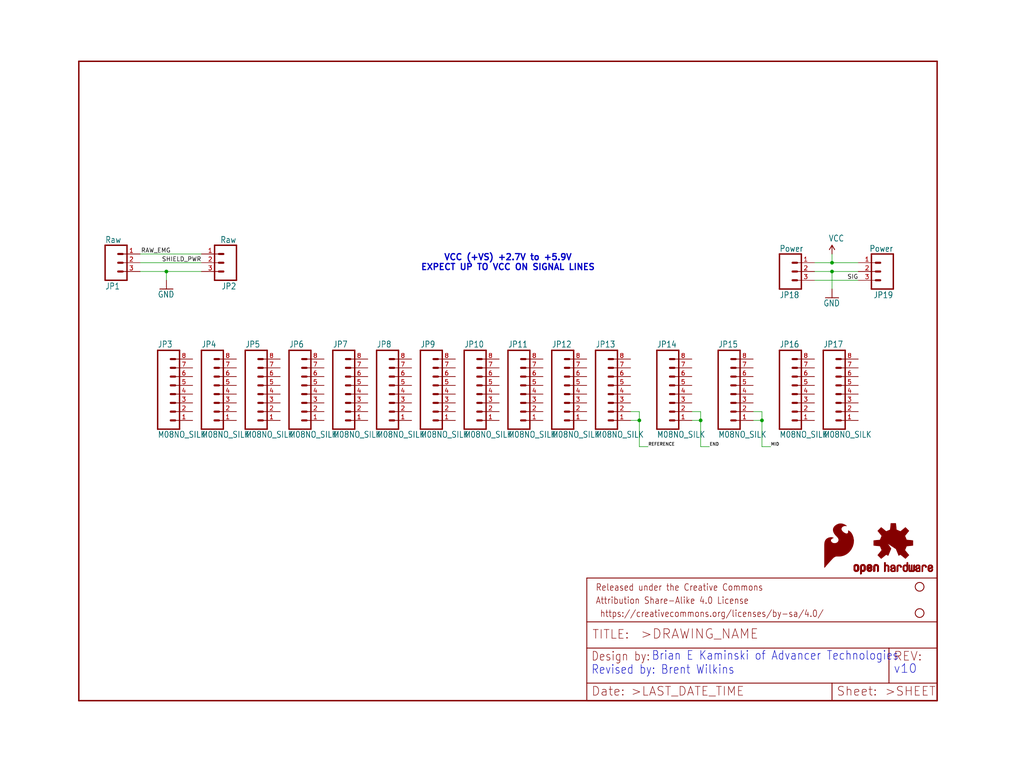
<source format=kicad_sch>
(kicad_sch (version 20211123) (generator eeschema)
  (paper "User" 297.002 223.926)
  (lib_symbols
    (symbol "eagleSchem-eagle-import:FRAME-LETTER"
      (symbol "FRAME-LETTER_2_0"
        (text " https://creativecommons.org/licenses/by-sa/4.0/" (at 2.54 24.13 0) (effects (font (size 1.9304 1.6408)) (justify left bottom)))
        (text ">DRAWING_NAME" (at 15.494 17.78 0) (effects (font (size 2.7432 2.7432)) (justify left bottom)))
        (text ">LAST_DATE_TIME" (at 12.7 1.27 0) (effects (font (size 2.54 2.54)) (justify left bottom)))
        (text ">SHEET" (at 86.36 1.27 0) (effects (font (size 2.54 2.54)) (justify left bottom)))
        (text "Attribution Share-Alike 4.0 License" (at 2.54 27.94 0) (effects (font (size 1.9304 1.6408)) (justify left bottom)))
        (text "Date:" (at 1.27 1.27 0) (effects (font (size 2.54 2.54)) (justify left bottom)))
        (text "Design by:" (at 1.27 11.43 0) (effects (font (size 2.54 2.159)) (justify left bottom)))
        (text "Released under the Creative Commons" (at 2.54 31.75 0) (effects (font (size 1.9304 1.6408)) (justify left bottom)))
        (text "REV:" (at 88.9 11.43 0) (effects (font (size 2.54 2.54)) (justify left bottom)))
        (text "Sheet:" (at 72.39 1.27 0) (effects (font (size 2.54 2.54)) (justify left bottom)))
        (text "TITLE:" (at 1.524 17.78 0) (effects (font (size 2.54 2.54)) (justify left bottom)))
      )
    )
    (symbol "eagleSchem-eagle-import:GND" (power)
      (property "Value" "GND" (at -2.54 -2.54 0))
      (symbol "GND_1_0"
        (pin power_in line (at 0 2.54 270) (length 2.54) (name "GND") (number "1"))
      )
    )
    (symbol "eagleSchem-eagle-import:M031X03_NO_SILK"
      (property "Reference" "JP" (at -2.54 5.842 0))
      (property "Value" "M031X03_NO_SILK" (at -2.54 -7.62 0))
      (symbol "M031X03_NO_SILK_1_0"
        (pin passive line (at 7.62 -2.54 180) (length 5.08) (name "1") (number "1"))
        (pin passive line (at 7.62 0 180) (length 5.08) (name "2") (number "2"))
        (pin passive line (at 7.62 2.54 180) (length 5.08) (name "3") (number "3"))
      )
    )
    (symbol "eagleSchem-eagle-import:M08NO_SILK"
      (property "Reference" "JP" (at -5.08 13.462 0))
      (property "Value" "M08NO_SILK" (at -5.08 -12.7 0))
      (symbol "M08NO_SILK_1_0"
        (pin passive line (at 5.08 -7.62 180) (length 5.08) (name "1") (number "1"))
        (pin passive line (at 5.08 -5.08 180) (length 5.08) (name "2") (number "2"))
        (pin passive line (at 5.08 -2.54 180) (length 5.08) (name "3") (number "3"))
        (pin passive line (at 5.08 0 180) (length 5.08) (name "4") (number "4"))
        (pin passive line (at 5.08 2.54 180) (length 5.08) (name "5") (number "5"))
        (pin passive line (at 5.08 5.08 180) (length 5.08) (name "6") (number "6"))
        (pin passive line (at 5.08 7.62 180) (length 5.08) (name "7") (number "7"))
        (pin passive line (at 5.08 10.16 180) (length 5.08) (name "8") (number "8"))
      )
    )
    (symbol "eagleSchem-eagle-import:OSHW-LOGOS")
    (symbol "eagleSchem-eagle-import:SFE_LOGO_FLAME.1_INCH")
    (symbol "eagleSchem-eagle-import:STAND-OFF")
    (symbol "eagleSchem-eagle-import:VCC" (power)
      (property "Value" "VCC" (at -1.016 3.556 0))
      (symbol "VCC_1_0"
        (pin power_in line (at 0 0 90) (length 2.54) (name "VCC") (number "1"))
      )
    )
  )
  (junction (at 185.42 121.92))
  (junction (at 241.3 76.2))
  (junction (at 241.3 78.74))
  (junction (at 220.98 121.92))
  (junction (at 48.26 78.74))
  (junction (at 203.2 121.92))
  (wire (pts (xy 248.92 76.2) (xy 241.3 76.2)))
  (wire (pts (xy 220.98 121.92) (xy 218.44 121.92)))
  (wire (pts (xy 200.66 121.92) (xy 203.2 121.92)))
  (wire (pts (xy 48.26 78.74) (xy 48.26 81.28)))
  (wire (pts (xy 220.98 121.92) (xy 220.98 129.54)))
  (wire (pts (xy 182.88 119.38) (xy 185.42 119.38)))
  (wire (pts (xy 203.2 129.54) (xy 205.74 129.54)))
  (wire (pts (xy 241.3 73.66) (xy 241.3 76.2)))
  (wire (pts (xy 185.42 129.54) (xy 187.96 129.54)))
  (wire (pts (xy 220.98 129.54) (xy 223.52 129.54)))
  (wire (pts (xy 248.92 81.28) (xy 236.22 81.28)))
  (wire (pts (xy 203.2 121.92) (xy 203.2 129.54)))
  (wire (pts (xy 58.42 78.74) (xy 48.26 78.74)))
  (wire (pts (xy 241.3 78.74) (xy 236.22 78.74)))
  (wire (pts (xy 220.98 119.38) (xy 220.98 121.92)))
  (wire (pts (xy 185.42 121.92) (xy 182.88 121.92)))
  (wire (pts (xy 203.2 121.92) (xy 203.2 119.38)))
  (wire (pts (xy 185.42 121.92) (xy 185.42 129.54)))
  (wire (pts (xy 248.92 78.74) (xy 241.3 78.74)))
  (wire (pts (xy 203.2 119.38) (xy 200.66 119.38)))
  (wire (pts (xy 185.42 119.38) (xy 185.42 121.92)))
  (wire (pts (xy 48.26 78.74) (xy 40.64 78.74)))
  (wire (pts (xy 241.3 76.2) (xy 236.22 76.2)))
  (wire (pts (xy 58.42 73.66) (xy 40.64 73.66)))
  (wire (pts (xy 58.42 76.2) (xy 40.64 76.2)))
  (wire (pts (xy 218.44 119.38) (xy 220.98 119.38)))
  (wire (pts (xy 241.3 78.74) (xy 241.3 83.82)))
  (text "VCC (+VS) +2.7V to +5.9V\nEXPECT UP TO VCC ON SIGNAL LINES" (at 147.32 76.2 0) (effects (font (size 1.778 1.778) (thickness 0.3556) bold)))
  (text "Revised by: Brent Wilkins" (at 171.45 195.834 180) (effects (font (size 2.54 2.159)) (justify left bottom)))
  (text "Brian E Kaminski of Advancer Technologies" (at 188.976 191.77 180) (effects (font (size 2.54 2.159)) (justify left bottom)))
  (text "v10" (at 259.08 195.58 180) (effects (font (size 2.54 2.54)) (justify left bottom)))
  (label "RAW_EMG" (at 49.53 73.66 180) (effects (font (size 1.2446 1.2446))))
  (label "MID" (at 223.52 129.54 0) (effects (font (size 0.889 0.889))))
  (label "SIG" (at 248.92 81.28 180) (effects (font (size 1.2446 1.2446))))
  (label "REFERENCE" (at 187.96 129.54 0) (effects (font (size 0.889 0.889))))
  (label "SHIELD_PWR" (at 58.42 76.2 180) (effects (font (size 1.2446 1.2446))))
  (label "END" (at 205.74 129.54 0) (effects (font (size 0.889 0.889))))
  (symbol (lib_id "eagleSchem-eagle-import:M031X03_NO_SILK") (at 228.6 78.74 0) (mirror x) (unit 1)
    (property "Reference" "JP18" (at 226.06 84.582 0) (effects (font (size 1.778 1.5113)) (justify left bottom)))
    (property "Value" "Power" (at 226.06 71.12 0) (effects (font (size 1.778 1.5113)) (justify left bottom)))
    (property "Footprint" "eagleSchem:1X03_NO_SILK" (effects hide))
  )
  (symbol (lib_id "eagleSchem-eagle-import:STAND-OFF") (at 266.7 177.8 0) (unit 1)
    (property "Reference" "JP21" (effects hide))
    (property "Value" "STAND-OFF" (effects hide))
    (property "Footprint" "eagleSchem:STAND-OFF" (effects hide))
  )
  (symbol (lib_id "eagleSchem-eagle-import:M08NO_SILK") (at 195.58 114.3 0) (unit 1)
    (property "Reference" "JP14" (at 190.5 100.838 0) (effects (font (size 1.778 1.5113)) (justify left bottom)))
    (property "Value" "M08NO_SILK" (at 190.5 127 0) (effects (font (size 1.778 1.5113)) (justify left bottom)))
    (property "Footprint" "eagleSchem:1X08_NO_SILK" (effects hide))
  )
  (symbol (lib_id "eagleSchem-eagle-import:SFE_LOGO_FLAME.1_INCH") (at 238.76 165.1 0) (unit 1)
    (property "Reference" "LOGO1" (effects hide))
    (property "Value" "SFE_LOGO_FLAME.1_INCH" (effects hide))
    (property "Footprint" "eagleSchem:SFE_LOGO_FLAME_.1" (effects hide))
  )
  (symbol (lib_id "eagleSchem-eagle-import:STAND-OFF") (at 266.7 170.18 0) (unit 1)
    (property "Reference" "JP20" (effects hide))
    (property "Value" "STAND-OFF" (effects hide))
    (property "Footprint" "eagleSchem:STAND-OFF" (effects hide))
  )
  (symbol (lib_id "eagleSchem-eagle-import:M08NO_SILK") (at 63.5 114.3 0) (unit 1)
    (property "Reference" "JP4" (at 58.42 100.838 0) (effects (font (size 1.778 1.5113)) (justify left bottom)))
    (property "Value" "M08NO_SILK" (at 58.42 127 0) (effects (font (size 1.778 1.5113)) (justify left bottom)))
    (property "Footprint" "eagleSchem:1X08_NO_SILK" (effects hide))
  )
  (symbol (lib_id "eagleSchem-eagle-import:M08NO_SILK") (at 231.14 114.3 0) (unit 1)
    (property "Reference" "JP16" (at 226.06 100.838 0) (effects (font (size 1.778 1.5113)) (justify left bottom)))
    (property "Value" "M08NO_SILK" (at 226.06 127 0) (effects (font (size 1.778 1.5113)) (justify left bottom)))
    (property "Footprint" "eagleSchem:1X08_NO_SILK" (effects hide))
  )
  (symbol (lib_id "eagleSchem-eagle-import:M08NO_SILK") (at 139.7 114.3 0) (unit 1)
    (property "Reference" "JP10" (at 134.62 100.838 0) (effects (font (size 1.778 1.5113)) (justify left bottom)))
    (property "Value" "M08NO_SILK" (at 134.62 127 0) (effects (font (size 1.778 1.5113)) (justify left bottom)))
    (property "Footprint" "eagleSchem:1X08_NO_SILK" (effects hide))
  )
  (symbol (lib_id "eagleSchem-eagle-import:M08NO_SILK") (at 50.8 114.3 0) (unit 1)
    (property "Reference" "JP3" (at 45.72 100.838 0) (effects (font (size 1.778 1.5113)) (justify left bottom)))
    (property "Value" "M08NO_SILK" (at 45.72 127 0) (effects (font (size 1.778 1.5113)) (justify left bottom)))
    (property "Footprint" "eagleSchem:1X08_NO_SILK" (effects hide))
  )
  (symbol (lib_id "eagleSchem-eagle-import:M031X03_NO_SILK") (at 256.54 78.74 180) (unit 1)
    (property "Reference" "JP19" (at 259.08 84.582 0) (effects (font (size 1.778 1.5113)) (justify left bottom)))
    (property "Value" "Power" (at 259.08 71.12 0) (effects (font (size 1.778 1.5113)) (justify left bottom)))
    (property "Footprint" "eagleSchem:1X03_NO_SILK" (effects hide))
  )
  (symbol (lib_id "eagleSchem-eagle-import:M08NO_SILK") (at 165.1 114.3 0) (unit 1)
    (property "Reference" "JP12" (at 160.02 100.838 0) (effects (font (size 1.778 1.5113)) (justify left bottom)))
    (property "Value" "M08NO_SILK" (at 160.02 127 0) (effects (font (size 1.778 1.5113)) (justify left bottom)))
    (property "Footprint" "eagleSchem:1X08_NO_SILK" (effects hide))
  )
  (symbol (lib_id "eagleSchem-eagle-import:M08NO_SILK") (at 76.2 114.3 0) (unit 1)
    (property "Reference" "JP5" (at 71.12 100.838 0) (effects (font (size 1.778 1.5113)) (justify left bottom)))
    (property "Value" "M08NO_SILK" (at 71.12 127 0) (effects (font (size 1.778 1.5113)) (justify left bottom)))
    (property "Footprint" "eagleSchem:1X08_NO_SILK" (effects hide))
  )
  (symbol (lib_id "eagleSchem-eagle-import:FRAME-LETTER") (at 170.18 203.2 0) (unit 2)
    (property "Reference" "FRAME1" (effects hide))
    (property "Value" "FRAME-LETTER" (effects hide))
    (property "Footprint" "eagleSchem:CREATIVE_COMMONS" (effects hide))
  )
  (symbol (lib_id "eagleSchem-eagle-import:OSHW-LOGOS") (at 259.08 157.48 0) (unit 1)
    (property "Reference" "LOGO2" (effects hide))
    (property "Value" "OSHW-LOGOS" (effects hide))
    (property "Footprint" "eagleSchem:OSHW-LOGO-S" (effects hide))
  )
  (symbol (lib_id "eagleSchem-eagle-import:GND") (at 241.3 86.36 0) (unit 1)
    (property "Reference" "#GND1" (effects hide))
    (property "Value" "GND" (at 238.76 88.9 0) (effects (font (size 1.778 1.5113)) (justify left bottom)))
    (property "Footprint" "eagleSchem:" (effects hide))
  )
  (symbol (lib_id "eagleSchem-eagle-import:M08NO_SILK") (at 127 114.3 0) (unit 1)
    (property "Reference" "JP9" (at 121.92 100.838 0) (effects (font (size 1.778 1.5113)) (justify left bottom)))
    (property "Value" "M08NO_SILK" (at 121.92 127 0) (effects (font (size 1.778 1.5113)) (justify left bottom)))
    (property "Footprint" "eagleSchem:1X08_NO_SILK" (effects hide))
  )
  (symbol (lib_id "eagleSchem-eagle-import:M08NO_SILK") (at 114.3 114.3 0) (unit 1)
    (property "Reference" "JP8" (at 109.22 100.838 0) (effects (font (size 1.778 1.5113)) (justify left bottom)))
    (property "Value" "M08NO_SILK" (at 109.22 127 0) (effects (font (size 1.778 1.5113)) (justify left bottom)))
    (property "Footprint" "eagleSchem:1X08_NO_SILK" (effects hide))
  )
  (symbol (lib_id "eagleSchem-eagle-import:M031X03_NO_SILK") (at 33.02 76.2 0) (mirror x) (unit 1)
    (property "Reference" "JP1" (at 30.48 82.042 0) (effects (font (size 1.778 1.5113)) (justify left bottom)))
    (property "Value" "Raw" (at 30.48 68.58 0) (effects (font (size 1.778 1.5113)) (justify left bottom)))
    (property "Footprint" "eagleSchem:1X03_NO_SILK" (effects hide))
  )
  (symbol (lib_id "eagleSchem-eagle-import:M08NO_SILK") (at 243.84 114.3 0) (unit 1)
    (property "Reference" "JP17" (at 238.76 100.838 0) (effects (font (size 1.778 1.5113)) (justify left bottom)))
    (property "Value" "M08NO_SILK" (at 238.76 127 0) (effects (font (size 1.778 1.5113)) (justify left bottom)))
    (property "Footprint" "eagleSchem:1X08_NO_SILK" (effects hide))
  )
  (symbol (lib_id "eagleSchem-eagle-import:FRAME-LETTER") (at 22.86 203.2 0) (unit 1)
    (property "Reference" "FRAME1" (effects hide))
    (property "Value" "FRAME-LETTER" (effects hide))
    (property "Footprint" "eagleSchem:CREATIVE_COMMONS" (effects hide))
  )
  (symbol (lib_id "eagleSchem-eagle-import:M08NO_SILK") (at 101.6 114.3 0) (unit 1)
    (property "Reference" "JP7" (at 96.52 100.838 0) (effects (font (size 1.778 1.5113)) (justify left bottom)))
    (property "Value" "M08NO_SILK" (at 96.52 127 0) (effects (font (size 1.778 1.5113)) (justify left bottom)))
    (property "Footprint" "eagleSchem:1X08_NO_SILK" (effects hide))
  )
  (symbol (lib_id "eagleSchem-eagle-import:M08NO_SILK") (at 177.8 114.3 0) (unit 1)
    (property "Reference" "JP13" (at 172.72 100.838 0) (effects (font (size 1.778 1.5113)) (justify left bottom)))
    (property "Value" "M08NO_SILK" (at 172.72 127 0) (effects (font (size 1.778 1.5113)) (justify left bottom)))
    (property "Footprint" "eagleSchem:1X08_NO_SILK" (effects hide))
  )
  (symbol (lib_id "eagleSchem-eagle-import:GND") (at 48.26 83.82 0) (unit 1)
    (property "Reference" "#GND2" (effects hide))
    (property "Value" "GND" (at 45.72 86.36 0) (effects (font (size 1.778 1.5113)) (justify left bottom)))
    (property "Footprint" "eagleSchem:" (effects hide))
  )
  (symbol (lib_id "eagleSchem-eagle-import:VCC") (at 241.3 73.66 0) (unit 1)
    (property "Reference" "#SUPPLY1" (effects hide))
    (property "Value" "VCC" (at 240.284 70.104 0) (effects (font (size 1.778 1.5113)) (justify left bottom)))
    (property "Footprint" "eagleSchem:" (effects hide))
  )
  (symbol (lib_id "eagleSchem-eagle-import:M031X03_NO_SILK") (at 66.04 76.2 180) (unit 1)
    (property "Reference" "JP2" (at 68.58 82.042 0) (effects (font (size 1.778 1.5113)) (justify left bottom)))
    (property "Value" "Raw" (at 68.58 68.58 0) (effects (font (size 1.778 1.5113)) (justify left bottom)))
    (property "Footprint" "eagleSchem:1X03_NO_SILK" (effects hide))
  )
  (symbol (lib_id "eagleSchem-eagle-import:M08NO_SILK") (at 213.36 114.3 0) (unit 1)
    (property "Reference" "JP15" (at 208.28 100.838 0) (effects (font (size 1.778 1.5113)) (justify left bottom)))
    (property "Value" "M08NO_SILK" (at 208.28 127 0) (effects (font (size 1.778 1.5113)) (justify left bottom)))
    (property "Footprint" "eagleSchem:1X08_NO_SILK" (effects hide))
  )
  (symbol (lib_id "eagleSchem-eagle-import:M08NO_SILK") (at 152.4 114.3 0) (unit 1)
    (property "Reference" "JP11" (at 147.32 100.838 0) (effects (font (size 1.778 1.5113)) (justify left bottom)))
    (property "Value" "M08NO_SILK" (at 147.32 127 0) (effects (font (size 1.778 1.5113)) (justify left bottom)))
    (property "Footprint" "eagleSchem:1X08_NO_SILK" (effects hide))
  )
  (symbol (lib_id "eagleSchem-eagle-import:M08NO_SILK") (at 88.9 114.3 0) (unit 1)
    (property "Reference" "JP6" (at 83.82 100.838 0) (effects (font (size 1.778 1.5113)) (justify left bottom)))
    (property "Value" "M08NO_SILK" (at 83.82 127 0) (effects (font (size 1.778 1.5113)) (justify left bottom)))
    (property "Footprint" "eagleSchem:1X08_NO_SILK" (effects hide))
  )
)
</source>
